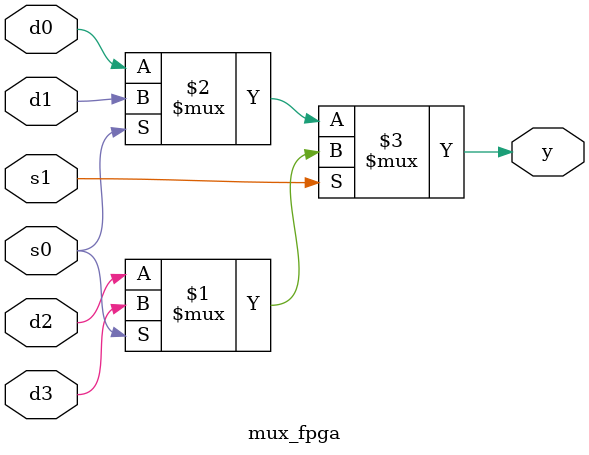
<source format=v>
`timescale 1ns / 1ps
module mux_fpga ( 
input d0, 
input d1, 
input d2, 
input d3, 
input s0, s1,
output y); 

 assign y = s1 ? (s0 ? d3 : d2) : (s0 ? d1 : d0); 

endmodule
</source>
